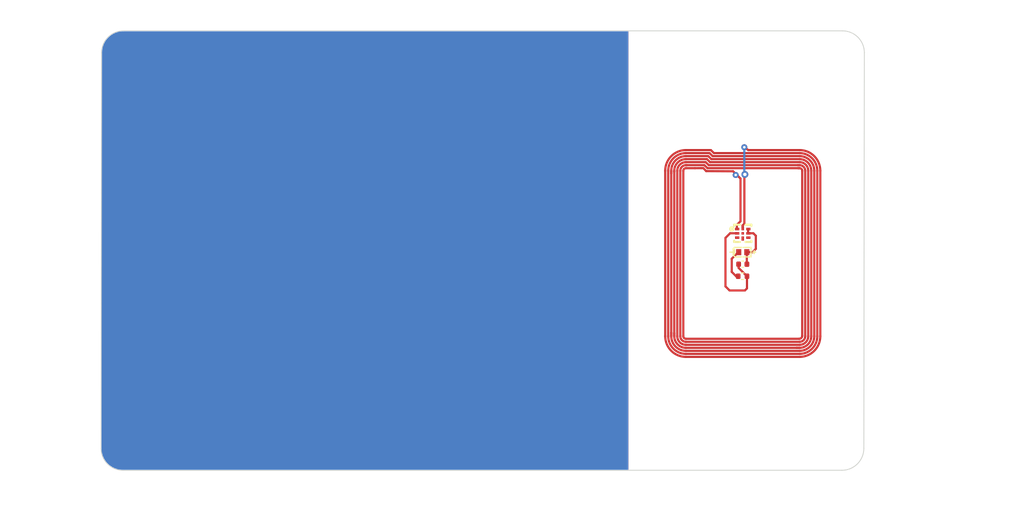
<source format=kicad_pcb>
(kicad_pcb (version 20240108) (generator "pcbnew") (generator_version "8.0")
  (layers (0 "F.Cu" signal) (31 "B.Cu" signal) (34 "B.Paste" user) (35 "F.Paste" user) (36 "B.SilkS" user "B.Silkscreen") (37 "F.SilkS" user "F.Silkscreen") (38 "B.Mask" user) (39 "F.Mask" user) (44 "Edge.Cuts" user))
  (net 0 "")
  (net 1 "ep")
  (net 2 "lb")
  (net 3 "cathode")
  (net 4 "vcc")
  (net 5 "sda")
  (net 6 "fd")
  (net 7 "scl")
  (net 8 "gnd")
  (net 9 "la")
  (footprint "lib:R0402" (layer "F.Cu") (at 191.1856 97.0614)
    (property "Reference" "R1" (hide yes))
    (property "Value" "62.5mW Thick Film Resistors 50V ±100ppm/℃ ±5% 50Ω 0402  Chip Resistor - Surface Mount ROHS" (hide yes))
    (fp_line (start -0.153641 -0.38) (end 0.153641 -0.38) (stroke (width 0.12)) (layer "F.SilkS"))
    (fp_line (start -0.153641 0.38) (end 0.153641 0.38) (stroke (width 0.12)) (layer "F.SilkS"))
    (pad "1" smd roundrect (at -0.51 0) (size 0.54 0.64) (layers "F.Cu" "F.Paste" "F.Mask") (net 3 "cathode"))
    (pad "2" smd roundrect (at 0.51 0) (size 0.54 0.64) (layers "F.Cu" "F.Paste" "F.Mask") (net 8 "gnd"))
  )
  (footprint "lib:XQFN-8_L1.6-W1.6-P0.50-BR" (layer "F.Cu") (at 191.2056 92.083 180)
    (property "Reference" "U2" (hide yes))
    (property "Value" "")
    (fp_line (start 1 1) (end 0.33 1) (stroke (width 0.25)) (layer "F.SilkS"))
    (fp_line (start 1 0.86) (end 1 1) (stroke (width 0.25)) (layer "F.SilkS"))
    (fp_line (start 1 -1) (end 1 -0.86) (stroke (width 0.25)) (layer "F.SilkS"))
    (fp_line (start 0.33 -1) (end 1 -1) (stroke (width 0.25)) (layer "F.SilkS"))
    (fp_line (start -0.32 1) (end -1 1) (stroke (width 0.25)) (layer "F.SilkS"))
    (fp_line (start -1 1) (end -1 0.86) (stroke (width 0.25)) (layer "F.SilkS"))
    (fp_line (start -1 -0.86) (end -1 -1) (stroke (width 0.25)) (layer "F.SilkS"))
    (fp_line (start -1 -1) (end -0.32 -1) (stroke (width 0.25)) (layer "F.SilkS"))
    (fp_circle (center 1.27 0.51) (end 1.33 0.51) (stroke (width 0.25)) (fill none) (layer "F.SilkS"))
    (pad "1" smd rect (at 0.65 0.5) (size 0.5 0.3) (layers "F.Cu" "F.Paste" "F.Mask") (net 9 "la"))
    (pad "2" smd rect (at 0.65 0) (size 0.5 0.3) (layers "F.Cu" "F.Paste" "F.Mask") (net 8 "gnd"))
    (pad "3" smd rect (at 0.65 -0.5) (size 0.5 0.3) (layers "F.Cu" "F.Paste" "F.Mask") (net 7 "scl"))
    (pad "4" smd rect (at 0 -0.6 90) (size 0.5 0.3) (layers "F.Cu" "F.Paste" "F.Mask") (net 6 "fd"))
    (pad "5" smd rect (at -0.65 -0.5) (size 0.5 0.3) (layers "F.Cu" "F.Paste" "F.Mask") (net 5 "sda"))
    (pad "6" smd rect (at -0.65 0) (size 0.5 0.3) (layers "F.Cu" "F.Paste" "F.Mask") (net 4 "vcc"))
    (pad "7" smd rect (at -0.65 0.5) (size 0.5 0.3) (layers "F.Cu" "F.Paste" "F.Mask") (net 4 "vcc"))
    (pad "8" smd rect (at 0 0.6 90) (size 0.5 0.3) (layers "F.Cu" "F.Paste" "F.Mask") (net 2 "lb"))
    (pad "9" smd rect (at 0 0 90) (size 0.3 0.3) (layers "F.Cu" "F.Paste" "F.Mask") (net 1 "ep"))
  )
  (footprint "lib:C0402" (layer "F.Cu") (at 191.2056 95.6644 180)
    (property "Reference" "C1" (hide yes))
    (property "Value" "16V 220nF X7R ±10% 0402  Multilayer Ceramic Capacitors MLCC - SMD/SMT ROHS")
    (fp_line (start -0.107836 0.36) (end 0.107836 0.36) (stroke (width 0.12)) (layer "F.SilkS"))
    (fp_line (start -0.107836 -0.36) (end 0.107836 -0.36) (stroke (width 0.12)) (layer "F.SilkS"))
    (pad "1" smd roundrect (at -0.48 0 180) (size 0.56 0.62) (layers "F.Cu" "F.Paste" "F.Mask") (net 4 "vcc"))
    (pad "2" smd roundrect (at 0.48 0 180) (size 0.56 0.62) (layers "F.Cu" "F.Paste" "F.Mask") (net 8 "gnd"))
  )
  (footprint "lib:LED-SMD_L1.0-W0.5-RD" (layer "F.Cu") (at 191.2056 94.2674)
    (property "Reference" "LED1" (hide yes))
    (property "Value" "")
    (fp_line (start -1.15 0) (end -1.49 0) (stroke (width 0.15)) (layer "F.SilkS"))
    (fp_line (start -1.1 -0.4) (end -0.95 -0.55) (stroke (width 0.15)) (layer "F.SilkS"))
    (fp_line (start -1.1 -0.3) (end -1.1 -0.4) (stroke (width 0.15)) (layer "F.SilkS"))
    (fp_line (start -1.1 0.35) (end -1.1 -0.3) (stroke (width 0.15)) (layer "F.SilkS"))
    (fp_line (start -0.95 -0.3) (end -0.95 0.25) (stroke (width 0.15)) (layer "F.SilkS"))
    (fp_line (start -0.9 0.55) (end -1.1 0.35) (stroke (width 0.15)) (layer "F.SilkS"))
    (fp_line (start -0.1 -0.55) (end -0.95 -0.55) (stroke (width 0.15)) (layer "F.SilkS"))
    (fp_line (start -0.1 0.55) (end -0.9 0.55) (stroke (width 0.15)) (layer "F.SilkS"))
    (fp_line (start 0.95 -0.55) (end 0.1 -0.55) (stroke (width 0.15)) (layer "F.SilkS"))
    (fp_line (start 0.95 0.55) (end 0.1 0.55) (stroke (width 0.15)) (layer "F.SilkS"))
    (fp_line (start 0.95 0.55) (end 0.95 -0.55) (stroke (width 0.15)) (layer "F.SilkS"))
    (fp_line (start 1.15 0) (end 1.5 0) (stroke (width 0.15)) (layer "F.SilkS"))
    (fp_line (start 1.33 0.17) (end 1.33 -0.18) (stroke (width 0.15)) (layer "F.SilkS"))
    (pad "1" smd rect (at -0.47 0 180) (size 0.6 0.7) (layers "F.Cu" "F.Paste" "F.Mask") (net 3 "cathode"))
    (pad "2" smd rect (at 0.47 0 180) (size 0.6 0.7) (layers "F.Cu" "F.Paste" "F.Mask") (net 4 "vcc"))
  )
  (footprint "lib:HM-NFC-Class6-Antenna" (layer "F.Cu") (at 191.2056 94.4194 90)
    (property "Reference" "U1" (hide yes))
    (property "Value" "" (hide yes))
    (fp_line (start -9.6 -9) (end 9.6 -9) (stroke (width 0.25)) (layer "F.Cu"))
    (fp_line (start -9.6 -8.65) (end 9.6 -8.65) (stroke (width 0.25)) (layer "F.Cu"))
    (fp_line (start 9.6 -8.3) (end 9.3 -8.3) (stroke (width 0.25)) (layer "F.Cu"))
    (fp_line (start 9.3 -8.3) (end 9.55 -8.3) (stroke (width 0.25)) (layer "F.Cu"))
    (fp_line (start -9.2 -8.3) (end 9.3 -8.3) (stroke (width 0.25)) (layer "F.Cu"))
    (fp_line (start -9.55 -8.3) (end -9.2 -8.3) (stroke (width 0.25)) (layer "F.Cu"))
    (fp_line (start -9.6 -8.3) (end -9.2 -8.3) (stroke (width 0.25)) (layer "F.Cu"))
    (fp_line (start 9.6 -7.95) (end 9.5 -7.95) (stroke (width 0.25)) (layer "F.Cu"))
    (fp_line (start 9.5 -7.95) (end 9.55 -7.95) (stroke (width 0.25)) (layer "F.Cu"))
    (fp_line (start -9.25 -7.95) (end 9.5 -7.95) (stroke (width 0.25)) (layer "F.Cu"))
    (fp_line (start -9.55 -7.95) (end -9.25 -7.95) (stroke (width 0.25)) (layer "F.Cu"))
    (fp_line (start -9.6 -7.95) (end -9.25 -7.95) (stroke (width 0.25)) (layer "F.Cu"))
    (fp_line (start -9.6 -7.6) (end 9.6 -7.6) (stroke (width 0.25)) (layer "F.Cu"))
    (fp_line (start -9.6 -7.25) (end 9.6 -7.25) (stroke (width 0.25)) (layer "F.Cu"))
    (fp_line (start -9.6 -6.9) (end 9.6 -6.9) (stroke (width 0.25)) (layer "F.Cu"))
    (fp_line (start 11.65 -6.6) (end 11.65 -3.85) (stroke (width 0.25)) (layer "F.Cu"))
    (fp_line (start 11.3 -6.6) (end 11.3 -4) (stroke (width 0.25)) (layer "F.Cu"))
    (fp_line (start 10.95 -6.6) (end 10.95 -4.15) (stroke (width 0.25)) (layer "F.Cu"))
    (fp_line (start 10.6 -6.6) (end 10.6 -4.3) (stroke (width 0.25)) (layer "F.Cu"))
    (fp_line (start 10.25 -6.6) (end 10.25 -6.5) (stroke (width 0.25)) (layer "F.Cu"))
    (fp_line (start 9.9 -6.6) (end 9.9 -5.55) (stroke (width 0.25)) (layer "F.Cu"))
    (fp_line (start -9.9 -6.6) (end -9.9 6.55) (stroke (width 0.25)) (layer "F.Cu"))
    (fp_line (start -10.25 -6.6) (end -10.25 6.6) (stroke (width 0.25)) (layer "F.Cu"))
    (fp_line (start -10.6 -6.6) (end -10.6 6.6) (stroke (width 0.25)) (layer "F.Cu"))
    (fp_line (start -10.95 -6.6) (end -10.95 6.25) (stroke (width 0.25)) (layer "F.Cu"))
    (fp_line (start -11.3 -6.6) (end -11.3 6.6) (stroke (width 0.25)) (layer "F.Cu"))
    (fp_line (start -11.65 -6.6) (end -11.65 6.6) (stroke (width 0.25)) (layer "F.Cu"))
    (fp_line (start -12 -6.6) (end -12 6.6) (stroke (width 0.25)) (layer "F.Cu"))
    (fp_line (start 10.25 -6.55) (end 10.25 -6.5) (stroke (width 0.25)) (layer "F.Cu"))
    (fp_line (start 10.25 -6.5) (end 10.25 -4.45) (stroke (width 0.25)) (layer "F.Cu"))
    (fp_line (start 9.9 -5.55) (end 9.906 -4.826) (stroke (width 0.25)) (layer "F.Cu"))
    (fp_line (start 9.906 -4.826) (end 9.906 -4.572) (stroke (width 0.25)) (layer "F.Cu"))
    (fp_line (start 9.906 -4.572) (end 9.56 -4.25) (stroke (width 0.25)) (layer "F.Cu"))
    (fp_line (start 9.56 -4.25) (end 9.54 -1.116) (stroke (width 0.25)) (layer "F.Cu"))
    (fp_line (start 9.9 -4.1) (end 10.25 -4.45) (stroke (width 0.25)) (layer "F.Cu"))
    (fp_line (start 9.9 -4.1) (end 9.9 6.45) (stroke (width 0.25)) (layer "F.Cu"))
    (fp_line (start 10.25 -3.95) (end 10.6 -4.3) (stroke (width 0.25)) (layer "F.Cu"))
    (fp_line (start 10.25 -3.95) (end 10.25 6.4) (stroke (width 0.25)) (layer "F.Cu"))
    (fp_line (start 10.6 -3.8) (end 10.95 -4.15) (stroke (width 0.25)) (layer "F.Cu"))
    (fp_line (start 10.6 -3.8) (end 10.6 6.6) (stroke (width 0.25)) (layer "F.Cu"))
    (fp_line (start 12 -3.7) (end 12 -6.6) (stroke (width 0.25)) (layer "F.Cu"))
    (fp_line (start 10.95 -3.65) (end 11.3 -4) (stroke (width 0.25)) (layer "F.Cu"))
    (fp_line (start 10.95 -3.65) (end 10.95 6.6) (stroke (width 0.25)) (layer "F.Cu"))
    (fp_line (start 11.3 -3.5) (end 11.65 -3.85) (stroke (width 0.25)) (layer "F.Cu"))
    (fp_line (start 11.3 -3.5) (end 11.3 6.6) (stroke (width 0.25)) (layer "F.Cu"))
    (fp_line (start 11.65 -3.35) (end 12 -3.7) (stroke (width 0.25)) (layer "F.Cu"))
    (fp_line (start 11.65 -3.35) (end 11.65 6.6) (stroke (width 0.25)) (layer "F.Cu"))
    (fp_line (start 9.54 -1.116) (end 9.35 -0.94) (stroke (width 0.25)) (layer "F.Cu"))
    (fp_line (start 12.18 0.4) (end 12 0.635) (stroke (width 0.25)) (layer "F.Cu"))
    (fp_line (start -10.95 6.25) (end -10.95 6.55) (stroke (width 0.25)) (layer "F.Cu"))
    (fp_line (start 10.25 6.4) (end 10.25 6.55) (stroke (width 0.25)) (layer "F.Cu"))
    (fp_line (start 9.9 6.45) (end 9.9 6.55) (stroke (width 0.25)) (layer "F.Cu"))
    (fp_line (start 12 6.6) (end 12 0.635) (stroke (width 0.25)) (layer "F.Cu"))
    (fp_line (start 10.25 6.6) (end 10.25 6.4) (stroke (width 0.25)) (layer "F.Cu"))
    (fp_line (start 9.9 6.6) (end 9.9 6.45) (stroke (width 0.25)) (layer "F.Cu"))
    (fp_line (start -10.95 6.6) (end -10.95 6.25) (stroke (width 0.25)) (layer "F.Cu"))
    (fp_line (start -9.55 6.9) (end 9.6 6.9) (stroke (width 0.25)) (layer "F.Cu"))
    (fp_line (start -9.6 7.25) (end 9.6 7.25) (stroke (width 0.25)) (layer "F.Cu"))
    (fp_line (start -9.6 7.6) (end 9.6 7.6) (stroke (width 0.25)) (layer "F.Cu"))
    (fp_line (start -9.6 7.95) (end 9.6 7.95) (stroke (width 0.25)) (layer "F.Cu"))
    (fp_line (start -9.6 8.3) (end 9.6 8.3) (stroke (width 0.25)) (layer "F.Cu"))
    (fp_line (start -9.6 8.65) (end 9.6 8.65) (stroke (width 0.25)) (layer "F.Cu"))
    (fp_line (start -9.6 9) (end 9.6 9) (stroke (width 0.25)) (layer "F.Cu"))
    (fp_arc (start 9.6 -9) (mid 11.297056 -8.297056) (end 12 -6.6) (stroke (width 0.25)) (layer "F.Cu"))
    (fp_arc (start 9.6 -8.65) (mid 11.049569 -8.049569) (end 11.65 -6.6) (stroke (width 0.25)) (layer "F.Cu"))
    (fp_arc (start 9.6 -8.3) (mid 10.802082 -7.802082) (end 11.3 -6.6) (stroke (width 0.25)) (layer "F.Cu"))
    (fp_arc (start 9.6 -7.95) (mid 10.554594 -7.554594) (end 10.95 -6.6) (stroke (width 0.25)) (layer "F.Cu"))
    (fp_arc (start 9.6 -7.6) (mid 10.307107 -7.307107) (end 10.6 -6.6) (stroke (width 0.25)) (layer "F.Cu"))
    (fp_arc (start 9.6 -7.25) (mid 10.059619 -7.059619) (end 10.25 -6.6) (stroke (width 0.25)) (layer "F.Cu"))
    (fp_arc (start 9.6 -6.9) (mid 9.812132 -6.812132) (end 9.9 -6.6) (stroke (width 0.25)) (layer "F.Cu"))
    (fp_arc (start -9.9 -6.6) (mid -9.812132 -6.812132) (end -9.6 -6.9) (stroke (width 0.25)) (layer "F.Cu"))
    (fp_arc (start -10.25 -6.6) (mid -10.059619 -7.059619) (end -9.6 -7.25) (stroke (width 0.25)) (layer "F.Cu"))
    (fp_arc (start -10.6 -6.6) (mid -10.307107 -7.307107) (end -9.6 -7.6) (stroke (width 0.25)) (layer "F.Cu"))
    (fp_arc (start -10.95 -6.6) (mid -10.554594 -7.554594) (end -9.6 -7.95) (stroke (width 0.25)) (layer "F.Cu"))
    (fp_arc (start -11.3 -6.6) (mid -10.802082 -7.802082) (end -9.6 -8.3) (stroke (width 0.25)) (layer "F.Cu"))
    (fp_arc (start -11.65 -6.6) (mid -11.049569 -8.049569) (end -9.6 -8.65) (stroke (width 0.25)) (layer "F.Cu"))
    (fp_arc (start -12 -6.6) (mid -11.297056 -8.297056) (end -9.6 -9) (stroke (width 0.25)) (layer "F.Cu"))
    (fp_arc (start 12 6.6) (mid 11.297056 8.297056) (end 9.6 9) (stroke (width 0.25)) (layer "F.Cu"))
    (fp_arc (start 11.65 6.6) (mid 11.049569 8.049569) (end 9.6 8.65) (stroke (width 0.25)) (layer "F.Cu"))
    (fp_arc (start 11.3 6.6) (mid 10.802082 7.802082) (end 9.6 8.3) (stroke (width 0.25)) (layer "F.Cu"))
    (fp_arc (start 10.95 6.6) (mid 10.554594 7.554594) (end 9.6 7.95) (stroke (width 0.25)) (layer "F.Cu"))
    (fp_arc (start 10.6 6.6) (mid 10.307107 7.307107) (end 9.6 7.6) (stroke (width 0.25)) (layer "F.Cu"))
    (fp_arc (start 10.25 6.6) (mid 10.059619 7.059619) (end 9.6 7.25) (stroke (width 0.25)) (layer "F.Cu"))
    (fp_arc (start 9.9 6.6) (mid 9.812132 6.812132) (end 9.6 6.9) (stroke (width 0.25)) (layer "F.Cu"))
    (fp_arc (start -9.55 6.9) (mid -9.797487 6.797487) (end -9.9 6.55) (stroke (width 0.25)) (layer "F.Cu"))
    (fp_arc (start -9.6 7.25) (mid -10.059619 7.059619) (end -10.25 6.6) (stroke (width 0.25)) (layer "F.Cu"))
    (fp_arc (start -9.6 7.6) (mid -10.307107 7.307107) (end -10.6 6.6) (stroke (width 0.25)) (layer "F.Cu"))
    (fp_arc (start -9.6 7.95) (mid -10.554594 7.554594) (end -10.95 6.6) (stroke (width 0.25)) (layer "F.Cu"))
    (fp_arc (start -9.6 8.3) (mid -10.802082 7.802082) (end -11.3 6.6) (stroke (width 0.25)) (layer "F.Cu"))
    (fp_arc (start -9.6 8.65) (mid -11.049569 8.049569) (end -11.65 6.6) (stroke (width 0.25)) (layer "F.Cu"))
    (fp_arc (start -9.6 9) (mid -11.297056 8.297056) (end -12 6.6) (stroke (width 0.25)) (layer "F.Cu"))
    (pad "1" thru_hole circle (at 9.11 -0.82 90) (size 0.7 0.7) (drill 0.3) (layers "*.Cu" "*.Mask") (net 9 "la"))
    (pad "2" thru_hole circle (at 12.33 0.18 90) (size 0.7 0.7) (drill 0.3) (layers "*.Cu" "*.Mask") (net 2 "lb"))
  )
  (gr_line (start 205.2574 117.04) (end 205.3174 71.12) (stroke (width 0.1)) (layer "Edge.Cuts"))
  (gr_arc (start 202.7774 68.58) (mid 204.573451 69.323949) (end 205.3174 71.12) (stroke (width 0.1)) (layer "Edge.Cuts"))
  (gr_line (start 119.271051 119.58) (end 202.7174 119.58) (stroke (width 0.1)) (layer "Edge.Cuts"))
  (gr_line (start 202.7774 68.58) (end 119.331051 68.58) (stroke (width 0.1)) (layer "Edge.Cuts"))
  (gr_arc (start 119.271051 119.58) (mid 117.475 118.836051) (end 116.731051 117.04) (stroke (width 0.1)) (layer "Edge.Cuts"))
  (gr_arc (start 205.2574 117.04) (mid 204.513451 118.836051) (end 202.7174 119.58) (stroke (width 0.1)) (layer "Edge.Cuts"))
  (gr_line (start 116.791051 71.12) (end 116.731051 117.04) (stroke (width 0.1)) (layer "Edge.Cuts"))
  (gr_arc (start 116.791051 71.12) (mid 117.535 69.323949) (end 119.331051 68.58) (stroke (width 0.1)) (layer "Edge.Cuts"))
  (segment (start 191.1756 91.1734) (end 191.1756 91.4734) (width 0.25) (layer "F.Cu") (net 2))
  (segment (start 191.4516 85.481404) (end 191.3936 85.539404) (width 0.25) (layer "F.Cu") (net 2))
  (segment (start 191.3936 85.539404) (end 191.3936 90.9554) (width 0.25) (layer "F.Cu") (net 2))
  (segment (start 191.4516 85.0924) (end 191.4516 85.481404) (width 0.25) (layer "F.Cu") (net 2))
  (segment (start 191.3936 90.9554) (end 191.1756 91.1734) (width 0.25) (layer "F.Cu") (net 2))
  (via (at 191.4516 85.2444) (size 0.8) (drill 0.4) (layers "F.Cu" "B.Cu") (net 2))
  (segment (start 191.3856 85.1784) (end 191.4516 85.2444) (width 0.25) (layer "B.Cu") (net 2))
  (segment (start 191.3856 82.0894) (end 191.3856 85.1784) (width 0.25) (layer "B.Cu") (net 2))
  (segment (start 189.9276 96.5534) (end 189.9276 95.0294) (width 0.25) (layer "F.Cu") (net 3))
  (segment (start 190.6756 97.0614) (end 190.4356 97.0614) (width 0.25) (layer "F.Cu") (net 3))
  (segment (start 189.9276 95.0294) (end 190.6896 94.2674) (width 0.25) (layer "F.Cu") (net 3))
  (segment (start 190.6896 94.2674) (end 190.7356 94.2674) (width 0.25) (layer "F.Cu") (net 3))
  (segment (start 190.4356 97.0614) (end 189.9276 96.5534) (width 0.25) (layer "F.Cu") (net 3))
  (segment (start 192.3406 94.2674) (end 191.6756 94.2674) (width 0.25) (layer "F.Cu") (net 4))
  (segment (start 191.6756 95.6544) (end 191.6856 95.6644) (width 0.25) (layer "F.Cu") (net 4))
  (segment (start 192.7216 93.8864) (end 192.3406 94.2674) (width 0.25) (layer "F.Cu") (net 4))
  (segment (start 191.8256 92.0734) (end 192.4326 92.0734) (width 0.25) (layer "F.Cu") (net 4))
  (segment (start 191.8256 91.5734) (end 191.8256 92.0734) (width 0.25) (layer "F.Cu") (net 4))
  (segment (start 192.7216 92.3624) (end 192.7216 93.8864) (width 0.25) (layer "F.Cu") (net 4))
  (segment (start 192.4326 92.0734) (end 192.7216 92.3624) (width 0.25) (layer "F.Cu") (net 4))
  (segment (start 191.6756 94.2674) (end 191.6756 95.6544) (width 0.25) (layer "F.Cu") (net 4))
  (segment (start 191.4516 98.7124) (end 191.6956 98.4684) (width 0.25) (layer "F.Cu") (net 8))
  (segment (start 189.199 98.2378) (end 189.6736 98.7124) (width 0.25) (layer "F.Cu") (net 8))
  (segment (start 189.7364 92.0734) (end 189.199 92.6108) (width 0.25) (layer "F.Cu") (net 8))
  (segment (start 189.6736 98.7124) (end 191.4516 98.7124) (width 0.25) (layer "F.Cu") (net 8))
  (segment (start 190.5256 92.0734) (end 189.7364 92.0734) (width 0.25) (layer "F.Cu") (net 8))
  (segment (start 190.7256 96.0914) (end 191.6956 97.0614) (width 0.25) (layer "F.Cu") (net 8))
  (segment (start 191.6956 98.4684) (end 191.6956 97.0614) (width 0.25) (layer "F.Cu") (net 8))
  (segment (start 190.7256 95.6644) (end 190.7256 96.0914) (width 0.25) (layer "F.Cu") (net 8))
  (segment (start 189.199 92.6108) (end 189.199 98.2378) (width 0.25) (layer "F.Cu") (net 8))
  (segment (start 190.9436 85.7258) (end 190.516337 85.298537) (width 0.25) (layer "F.Cu") (net 9))
  (segment (start 190.5256 91.5734) (end 190.5256 91.0984) (width 0.25) (layer "F.Cu") (net 9))
  (segment (start 190.9436 90.6804) (end 190.9436 85.7258) (width 0.25) (layer "F.Cu") (net 9))
  (segment (start 190.5256 91.0984) (end 190.9436 90.6804) (width 0.25) (layer "F.Cu") (net 9))
  (zone (net 8) (net_name "gnd") (layers "F&B.Cu") (connect_pads (clearance 0.5)) (min_thickness 0.25) (fill yes (thermal_gap 0.5) (thermal_bridge_width 0.5) (island_removal_mode 1) (island_area_min 10))
    (polygon (pts (xy 105 65) (xy 206.952 65) (xy 206.952 125) (xy 105 125)))
  )
  (zone (net 0) (net_name "") (layers "F&B.Cu") (name "Antenna Lockout") (connect_pads (clearance 0)) (min_thickness 0.25)
    (keepout (tracks allowed) (vias allowed) (pads allowed) (copperpour not_allowed) (footprints allowed))
    (fill (thermal_gap 0.5) (thermal_bridge_width 0.5))
    (polygon (pts (xy 177.927 65.032) (xy 206.883 65.032) (xy 206.883 125.23) (xy 177.927 125.23)))
  )
)
</source>
